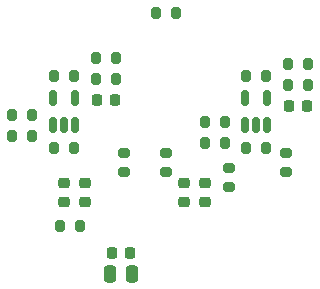
<source format=gbr>
%TF.GenerationSoftware,KiCad,Pcbnew,(7.0.0)*%
%TF.CreationDate,2023-03-09T19:39:30+01:00*%
%TF.ProjectId,JoystickAdapter,4a6f7973-7469-4636-9b41-646170746572,1.1*%
%TF.SameCoordinates,Original*%
%TF.FileFunction,Paste,Bot*%
%TF.FilePolarity,Positive*%
%FSLAX46Y46*%
G04 Gerber Fmt 4.6, Leading zero omitted, Abs format (unit mm)*
G04 Created by KiCad (PCBNEW (7.0.0)) date 2023-03-09 19:39:30*
%MOMM*%
%LPD*%
G01*
G04 APERTURE LIST*
G04 Aperture macros list*
%AMRoundRect*
0 Rectangle with rounded corners*
0 $1 Rounding radius*
0 $2 $3 $4 $5 $6 $7 $8 $9 X,Y pos of 4 corners*
0 Add a 4 corners polygon primitive as box body*
4,1,4,$2,$3,$4,$5,$6,$7,$8,$9,$2,$3,0*
0 Add four circle primitives for the rounded corners*
1,1,$1+$1,$2,$3*
1,1,$1+$1,$4,$5*
1,1,$1+$1,$6,$7*
1,1,$1+$1,$8,$9*
0 Add four rect primitives between the rounded corners*
20,1,$1+$1,$2,$3,$4,$5,0*
20,1,$1+$1,$4,$5,$6,$7,0*
20,1,$1+$1,$6,$7,$8,$9,0*
20,1,$1+$1,$8,$9,$2,$3,0*%
G04 Aperture macros list end*
%ADD10RoundRect,0.218750X0.256250X-0.218750X0.256250X0.218750X-0.256250X0.218750X-0.256250X-0.218750X0*%
%ADD11RoundRect,0.150000X0.150000X-0.512500X0.150000X0.512500X-0.150000X0.512500X-0.150000X-0.512500X0*%
%ADD12RoundRect,0.225000X0.225000X0.250000X-0.225000X0.250000X-0.225000X-0.250000X0.225000X-0.250000X0*%
%ADD13RoundRect,0.200000X0.200000X0.275000X-0.200000X0.275000X-0.200000X-0.275000X0.200000X-0.275000X0*%
%ADD14RoundRect,0.250000X-0.250000X-0.475000X0.250000X-0.475000X0.250000X0.475000X-0.250000X0.475000X0*%
%ADD15RoundRect,0.200000X-0.200000X-0.275000X0.200000X-0.275000X0.200000X0.275000X-0.200000X0.275000X0*%
%ADD16RoundRect,0.200000X0.275000X-0.200000X0.275000X0.200000X-0.275000X0.200000X-0.275000X-0.200000X0*%
%ADD17RoundRect,0.225000X-0.225000X-0.250000X0.225000X-0.250000X0.225000X0.250000X-0.225000X0.250000X0*%
G04 APERTURE END LIST*
D10*
%TO.C,D9*%
X108204000Y-104673500D03*
X108204000Y-103098500D03*
%TD*%
D11*
%TO.C,U1*%
X125410000Y-98165500D03*
X124460000Y-98165500D03*
X123510000Y-98165500D03*
X123510000Y-95890500D03*
X125410000Y-95890500D03*
%TD*%
D12*
%TO.C,C2*%
X128791000Y-96520000D03*
X127241000Y-96520000D03*
%TD*%
D13*
%TO.C,R22*%
X112585000Y-94234000D03*
X110935000Y-94234000D03*
%TD*%
D14*
%TO.C,C1*%
X112080000Y-110744000D03*
X113980000Y-110744000D03*
%TD*%
D10*
%TO.C,D7*%
X118364000Y-104673500D03*
X118364000Y-103098500D03*
%TD*%
D15*
%TO.C,R26*%
X107379000Y-100076000D03*
X109029000Y-100076000D03*
%TD*%
D16*
%TO.C,R7*%
X116840000Y-102171000D03*
X116840000Y-100521000D03*
%TD*%
D13*
%TO.C,R23*%
X125285000Y-93980000D03*
X123635000Y-93980000D03*
%TD*%
%TO.C,R17*%
X105473000Y-97282000D03*
X103823000Y-97282000D03*
%TD*%
D10*
%TO.C,D8*%
X109982000Y-104673500D03*
X109982000Y-103098500D03*
%TD*%
D16*
%TO.C,R9*%
X127000000Y-102171000D03*
X127000000Y-100521000D03*
%TD*%
%TO.C,R5*%
X113284000Y-102171000D03*
X113284000Y-100521000D03*
%TD*%
D15*
%TO.C,R25*%
X123635000Y-100076000D03*
X125285000Y-100076000D03*
%TD*%
%TO.C,R16*%
X120145000Y-99700500D03*
X121795000Y-99700500D03*
%TD*%
D17*
%TO.C,C3*%
X112255000Y-108966000D03*
X113805000Y-108966000D03*
%TD*%
D13*
%TO.C,R20*%
X128841000Y-94742000D03*
X127191000Y-94742000D03*
%TD*%
D15*
%TO.C,R21*%
X110935000Y-92456000D03*
X112585000Y-92456000D03*
%TD*%
%TO.C,R18*%
X103823000Y-99060000D03*
X105473000Y-99060000D03*
%TD*%
%TO.C,R19*%
X127191000Y-92964000D03*
X128841000Y-92964000D03*
%TD*%
D13*
%TO.C,R24*%
X109029000Y-93980000D03*
X107379000Y-93980000D03*
%TD*%
%TO.C,R15*%
X121795000Y-97922500D03*
X120145000Y-97922500D03*
%TD*%
D16*
%TO.C,R8*%
X122174000Y-103441000D03*
X122174000Y-101791000D03*
%TD*%
D13*
%TO.C,R4*%
X117665000Y-88646000D03*
X116015000Y-88646000D03*
%TD*%
D11*
%TO.C,U2*%
X109154000Y-98165500D03*
X108204000Y-98165500D03*
X107254000Y-98165500D03*
X107254000Y-95890500D03*
X109154000Y-95890500D03*
%TD*%
D10*
%TO.C,D6*%
X120142000Y-104673500D03*
X120142000Y-103098500D03*
%TD*%
D13*
%TO.C,R10*%
X109537000Y-106680000D03*
X107887000Y-106680000D03*
%TD*%
D12*
%TO.C,C4*%
X112535000Y-96012000D03*
X110985000Y-96012000D03*
%TD*%
M02*

</source>
